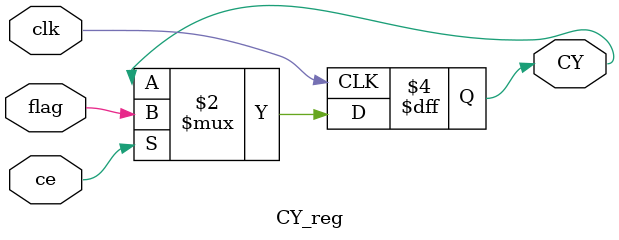
<source format=v>
`timescale 1ns/100ps

module alu
(
    input Ci,
    input [7:0] a,
    input [7:0] b,
    input [2:0] op,
    output [7:0] out,
    output CY
);


reg [8:0] sum;
reg [7:0] out1;
reg CY1;

    always @(*)
    begin
        case(op)
        3'b000 : begin
            sum <= a + b + Ci;
            out1 <= sum[7:0]; 
            CY1 <= sum[8];
        end
        3'b001 : out1 <= a - b - Ci;
        3'b010 : begin
            out1 <= a & b;
            CY1 <= 1'b0;
        end
        3'b011 : begin 
            out1 <= a | b;
            CY1 <= 1'b0;
        end
        3'b100 : begin
            out1 <= a ^ b;
            CY1 <= 1'b0;
        end
        3'b101 : begin
            out1 <= ~a;
            CY1 <= 1'b0;
        end
        3'b110 : out1 <= b;
        default : out1 <= b;
        endcase
    end

    assign out = out1;
    assign CY = CY1;

endmodule

module CY_reg
(
    input flag,
    input ce,
    input clk,
    output reg CY
);

always @(posedge clk)
begin
    if(ce)
    CY <= flag;
end

endmodule
/*
module alu_tb;

reg [7:0] a;
reg [7:0] b;
reg [2:0] op;
wire out;
wire cy;

alu alu_unit(.a(a), .b(b), .op(op), .CY(cy));

initial 
    begin
        a = 8'd10;
        b = 8'd2;
        op = 3'd0;
    #5  op = 3'd1;
    #5  op = 3'd2;
    #5  op = 3'd3;
    #5  op = 3'd4;
    #5  op = 3'd5;
    #5  op = 3'd6;
    #5  op = 3'd7;
    #5  op = 3'd0;
        a = 8'hff;
    #5  op = 3'd1;
    #5 $finish;
    end

    initial begin
	$dumpfile("alu_test.vcd");
	$dumpvars(0, alu_tb);
	$dumpon;
end

endmodule
*/
</source>
